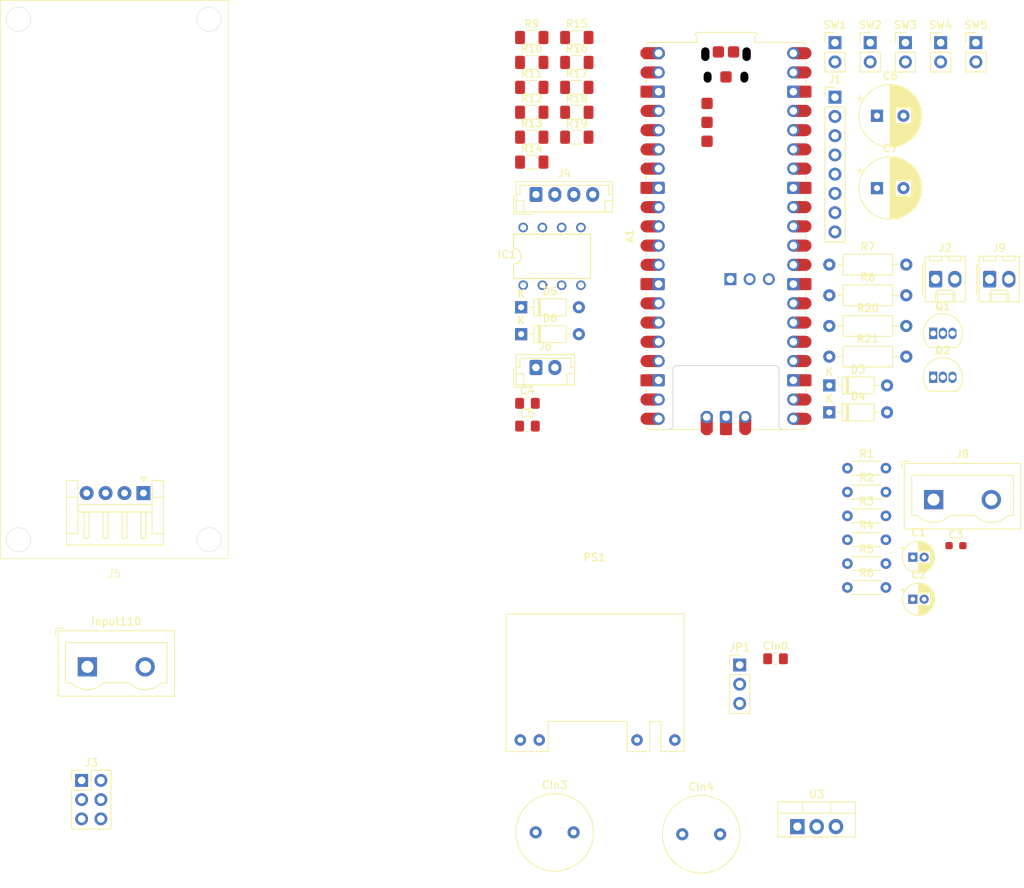
<source format=kicad_pcb>
(kicad_pcb (version 20221018) (generator pcbnew)
  (layers (0 "F.Cu" signal) (31 "B.Cu" signal) (34 "B.Paste" user) (35 "F.Paste" user) (36 "B.SilkS" user "B.Silkscreen") (37 "F.SilkS" user "F.Silkscreen") (38 "B.Mask" user) (39 "F.Mask" user) (44 "Edge.Cuts" user))
  (net 0 "")
  (net 1 "/Microcontrolador/TX_Pzem")
  (net 2 "/Microcontrolador/RX_Pzem")
  (net 3 "GND")
  (net 4 "/Microcontrolador/GFCI_TEST")
  (net 5 "/Microcontrolador/FALLA")
  (net 6 "DisplaySDA")
  (net 7 "DisplaySCL")
  (net 8 "SW1")
  (net 9 "SW2")
  (net 10 "SW3")
  (net 11 "SW4")
  (net 12 "SW5")
  (net 16 "Relay1_ctr")
  (net 17 "Relay2_ctr")
  (net 18 "/Microcontrolador/SPI0_RX")
  (net 19 "/Microcontrolador/SPI0_CSn")
  (net 20 "/Microcontrolador/SPI0_SCK")
  (net 21 "/Microcontrolador/SPI0_TX")
  (net 24 "Pilot_PWM")
  (net 26 "/Microcontrolador/NTC_Analog")
  (net 27 "Pilot_ADC")
  (net 32 "+5V")
  (net 36 "+12V")
  (net 37 "-12V")
  (net 38 "Pilot_OUT")
  (net 39 "Net-(C4-Pad1)")
  (net 40 "Net-(D5-K)")
  (net 41 "Net-(D4-K)")
  (net 42 "Net-(D3-K)")
  (net 43 "Net-(D3-A)")
  (net 44 "Net-(D4-A)")
  (net 45 "Net-(D5-A)")
  (net 46 "Net-(D6-A)")
  (net 47 "Net-(IC1-Pad2)")
  (net 48 "Net-(IC1-Pad3)")
  (net 49 "+3.3V")
  (net 50 "/Potencia2.0/In110v")
  (net 51 "/Potencia2.0/N")
  (net 52 "SDA")
  (net 53 "CLK")
  (net 54 "CS")
  (net 55 "DC")
  (net 56 "RST")
  (net 58 "Net-(D9-K)")
  (net 59 "Net-(J4-Pin_3)")
  (net 60 "/Sensores1/RX_Pzem")
  (net 61 "Net-(J5-Pin_3)")
  (net 63 "Net-(JP1-C)")
  (net 65 "Net-(Q1-B)")
  (net 66 "Net-(Q2-B)")
  (net 67 "Net-(U1-1IN-)")
  (net 68 "Net-(U1-1OUT)")
  (net 69 "/Sensores1/TX_Pzem")
  (footprint "Connector_Molex:Molex_KK-254_AE-6410-02A_1x02_P2.54mm_Vertical" (layer "F.Cu") (at 164.2915 66.42)
    (fp_text reference "J2" (at 1.27 -4.12) (layer "F.SilkS"))
    (fp_text value "Relay1")
    (pad "1" thru_hole roundrect (at 0 0) (size 1.74 2.19) (drill 1.19) (layers "*.Cu" "*.Mask") (roundrect_rratio 0.143678) (net 41 "Net-(D4-K)"))
    (pad "2" thru_hole oval (at 2.54 0) (size 1.74 2.19) (drill 1.19) (layers "*.Cu" "*.Mask") (net 44 "Net-(D4-A)"))
  )
  (footprint "Diode_THT:D_DO-35_SOD27_P7.62mm_Horizontal" (layer "F.Cu") (at 109.5815 70.13)
    (fp_text reference "D5" (at 3.81 -2.12) (layer "F.SilkS"))
    (fp_text value "1N4148")
    (fp_text user "K" (at 0 -1.8) (layer "F.SilkS"))
    (pad "1" thru_hole rect (at 0 0) (size 1.6 1.6) (drill 0.8) (layers "*.Cu" "*.Mask") (net 40 "Net-(D5-K)"))
    (pad "2" thru_hole oval (at 7.62 0) (size 1.6 1.6) (drill 0.8) (layers "*.Cu" "*.Mask") (net 45 "Net-(D5-A)"))
  )
  (footprint "Capacitor_SMD:C_0805_2012Metric_Pad1.18x1.45mm_HandSolder" (layer "F.Cu") (at 110.4115 82.81)
    (fp_text reference "C4" (at 0 -1.68) (layer "F.SilkS"))
    (fp_text value "0.1 uF")
    (pad "1" smd roundrect (at -1.0375 0) (size 1.175 1.45) (layers "F.Cu" "F.Paste" "F.Mask") (roundrect_rratio 0.212766) (net 39 "Net-(C4-Pad1)"))
    (pad "2" smd roundrect (at 1.0375 0) (size 1.175 1.45) (layers "F.Cu" "F.Paste" "F.Mask") (roundrect_rratio 0.212766) (net 40 "Net-(D5-K)"))
  )
  (footprint "Connector_Molex:Molex_KK-254_AE-6410-02A_1x02_P2.54mm_Vertical" (layer "F.Cu") (at 171.4215 66.42)
    (fp_text reference "J9" (at 1.27 -4.12) (layer "F.SilkS"))
    (fp_text value "Relay2")
    (pad "1" thru_hole roundrect (at 0 0) (size 1.74 2.19) (drill 1.19) (layers "*.Cu" "*.Mask") (roundrect_rratio 0.143678) (net 43 "Net-(D3-A)"))
    (pad "2" thru_hole oval (at 2.54 0) (size 1.74 2.19) (drill 1.19) (layers "*.Cu" "*.Mask") (net 42 "Net-(D3-K)"))
  )
  (footprint "Resistor_THT:R_Axial_DIN0204_L3.6mm_D1.6mm_P5.08mm_Horizontal" (layer "F.Cu") (at 152.6515 100.82)
    (fp_text reference "R4" (at 2.54 -1.92) (layer "F.SilkS"))
    (fp_text value "200k Tol1%")
    (pad "1" thru_hole circle (at 0 0) (size 1.4 1.4) (drill 0.7) (layers "*.Cu" "*.Mask") (net 38 "Pilot_OUT"))
    (pad "2" thru_hole oval (at 5.08 0) (size 1.4 1.4) (drill 0.7) (layers "*.Cu" "*.Mask") (net 27 "Pilot_ADC"))
  )
  (footprint "Resistor_THT:R_Axial_DIN0207_L6.3mm_D2.5mm_P10.16mm_Horizontal" (layer "F.Cu") (at 150.2615 72.6)
    (fp_text reference "R20" (at 5.08 -2.37) (layer "F.SilkS"))
    (fp_text value "47")
    (pad "1" thru_hole circle (at 0 0) (size 1.6 1.6) (drill 0.8) (layers "*.Cu" "*.Mask") (net 32 "+5V"))
    (pad "2" thru_hole oval (at 10.16 0) (size 1.6 1.6) (drill 0.8) (layers "*.Cu" "*.Mask") (net 41 "Net-(D4-K)"))
  )
  (footprint "Diode_THT:D_DO-35_SOD27_P7.62mm_Horizontal" (layer "F.Cu") (at 150.2615 80.45)
    (fp_text reference "D3" (at 3.81 -2.12) (layer "F.SilkS"))
    (fp_text value "1N4148")
    (fp_text user "K" (at 0 -1.8) (layer "F.SilkS"))
    (pad "1" thru_hole rect (at 0 0) (size 1.6 1.6) (drill 0.8) (layers "*.Cu" "*.Mask") (net 42 "Net-(D3-K)"))
    (pad "2" thru_hole oval (at 7.62 0) (size 1.6 1.6) (drill 0.8) (layers "*.Cu" "*.Mask") (net 43 "Net-(D3-A)"))
  )
  (footprint "Connector_PinHeader_2.54mm:PinHeader_1x02_P2.54mm_Vertical" (layer "F.Cu") (at 164.9615 35.2)
    (fp_text reference "SW4" (at 0 -2.33) (layer "F.SilkS"))
    (fp_text value "SW_Push")
    (pad "1" thru_hole rect (at 0 0) (size 1.7 1.7) (drill 1) (layers "*.Cu" "*.Mask") (net 49 "+3.3V"))
    (pad "2" thru_hole oval (at 0 2.54) (size 1.7 1.7) (drill 1) (layers "*.Cu" "*.Mask") (net 11 "SW4"))
  )
  (footprint "Resistor_SMD:R_1206_3216Metric_Pad1.30x1.75mm_HandSolder" (layer "F.Cu") (at 116.9315 47.68)
    (fp_text reference "R19" (at 0 -1.82) (layer "F.SilkS"))
    (fp_text value "10k")
    (pad "1" smd roundrect (at -1.55 0) (size 1.3 1.75) (layers "F.Cu" "F.Paste" "F.Mask") (roundrect_rratio 0.192308) (net 5 "/Microcontrolador/FALLA"))
    (pad "2" smd roundrect (at 1.55 0) (size 1.3 1.75) (layers "F.Cu" "F.Paste" "F.Mask") (roundrect_rratio 0.192308) (net 3 "GND"))
  )
  (footprint "Connector_JST:JST_EH_B4B-EH-A_1x04_P2.50mm_Vertical" (layer "F.Cu") (at 111.5315 55.24)
    (fp_text reference "J4" (at 3.75 -2.8) (layer "F.SilkS"))
    (fp_text value "GFCI")
    (pad "1" thru_hole roundrect (at 0 0) (size 1.7 1.95) (drill 0.95) (layers "*.Cu" "*.Mask") (roundrect_rratio 0.147059) (net 3 "GND"))
    (pad "2" thru_hole oval (at 2.5 0) (size 1.7 1.95) (drill 0.95) (layers "*.Cu" "*.Mask") (net 58 "Net-(D9-K)"))
    (pad "3" thru_hole oval (at 5 0) (size 1.7 1.95) (drill 0.95) (layers "*.Cu" "*.Mask") (net 59 "Net-(J4-Pin_3)"))
    (pad "4" thru_hole oval (at 7.5 0) (size 1.7 1.95) (drill 0.95) (layers "*.Cu" "*.Mask") (net 3 "GND"))
  )
  (footprint "Connector_PinHeader_2.54mm:PinHeader_2x03_P2.54mm_Vertical" (layer "F.Cu") (at 51.562 132.588)
    (fp_text reference "J3" (at 1.27 -2.33) (layer "F.SilkS"))
    (fp_text value "Conn_02x03_Counter_Clockwise")
    (pad "1" thru_hole rect (at 0 0) (size 1.7 1.7) (drill 1) (layers "*.Cu" "*.Mask") (net 3 "GND"))
    (pad "2" thru_hole oval (at 2.54 0) (size 1.7 1.7) (drill 1) (layers "*.Cu" "*.Mask") (net 18 "/Microcontrolador/SPI0_RX"))
    (pad "3" thru_hole oval (at 0 2.54) (size 1.7 1.7) (drill 1) (layers "*.Cu" "*.Mask") (net 19 "/Microcontrolador/SPI0_CSn"))
    (pad "4" thru_hole oval (at 2.54 2.54) (size 1.7 1.7) (drill 1) (layers "*.Cu" "*.Mask") (net 20 "/Microcontrolador/SPI0_SCK"))
    (pad "5" thru_hole oval (at 0 5.08) (size 1.7 1.7) (drill 1) (layers "*.Cu" "*.Mask") (net 21 "/Microcontrolador/SPI0_TX"))
    (pad "6" thru_hole oval (at 2.54 5.08) (size 1.7 1.7) (drill 1) (layers "*.Cu" "*.Mask"))
  )
  (footprint "PZEM:PZEM" (layer "F.Cu") (at 55.885 105.818)
    (fp_text reference "J5" (at 0 -0.5 unlocked) (layer "F.SilkS") (effects (font (thickness 0.1))))
    (fp_text value "PZEM 004T 100A")
    (fp_circle (center -12.65 -73.71) (end -11.05 -73.71) (stroke (width 0.05)) (fill none) (layer "Edge.Cuts"))
    (fp_circle (center -12.65 -4.99) (end -11.05 -4.99) (stroke (width 0.05)) (fill none) (layer "Edge.Cuts"))
    (fp_circle (center 12.5 -73.71) (end 14.1 -73.71) (stroke (width 0.05)) (fill none) (layer "Edge.Cuts"))
    (fp_circle (center 12.5 -4.99) (end 14.1 -4.99) (stroke (width 0.05)) (fill none) (layer "Edge.Cuts"))
    (pad "1" thru_hole rect (at 3.835 -11.16 180) (size 1.85 1.85) (drill 0.9) (layers "*.Cu" "*.Mask") (net 3 "GND"))
    (pad "2" thru_hole circle (at 1.335 -11.16 180) (size 1.85 1.85) (drill 0.9) (layers "*.Cu" "*.Mask") (net 60 "/Sensores1/RX_Pzem"))
    (pad "3" thru_hole circle (at -1.165 -11.16 180) (size 1.85 1.85) (drill 0.9) (layers "*.Cu" "*.Mask") (net 61 "Net-(J5-Pin_3)"))
    (pad "4" thru_hole circle (at -3.665 -11.16 180) (size 1.85 1.85) (drill 0.9) (layers "*.Cu" "*.Mask") (net 32 "+5V"))
  )
  (footprint "Capacitor_SMD:C_0805_2012Metric_Pad1.18x1.45mm_HandSolder" (layer "F.Cu") (at 110.4115 85.82)
    (fp_text reference "C5" (at 0 -1.68) (layer "F.SilkS"))
    (fp_text value "10uF")
    (pad "1" smd roundrect (at -1.0375 0) (size 1.175 1.45) (layers "F.Cu" "F.Paste" "F.Mask") (roundrect_rratio 0.212766) (net 40 "Net-(D5-K)"))
    (pad "2" smd roundrect (at 1.0375 0) (size 1.175 1.45) (layers "F.Cu" "F.Paste" "F.Mask") (roundrect_rratio 0.212766) (net 3 "GND"))
  )
  (footprint "Resistor_THT:R_Axial_DIN0204_L3.6mm_D1.6mm_P5.08mm_Horizontal" (layer "F.Cu") (at 152.6515 103.97)
    (fp_text reference "R5" (at 2.54 -1.92) (layer "F.SilkS"))
    (fp_text value "66.5k Tol1%")
    (pad "1" thru_hole circle (at 0 0) (size 1.4 1.4) (drill 0.7) (layers "*.Cu" "*.Mask") (net 27 "Pilot_ADC"))
    (pad "2" thru_hole oval (at 5.08 0) (size 1.4 1.4) (drill 0.7) (layers "*.Cu" "*.Mask") (net 3 "GND"))
  )
  (footprint "Capacitor_THT:CP_Radial_D8.0mm_P3.50mm" (layer "F.Cu") (at 156.556198 44.85)
    (fp_text reference "C6" (at 1.75 -5.25) (layer "F.SilkS"))
    (fp_text value "100uF")
    (pad "1" thru_hole rect (at 0 0) (size 1.6 1.6) (drill 0.8) (layers "*.Cu" "*.Mask") (net 41 "Net-(D4-K)"))
    (pad "2" thru_hole circle (at 3.5 0) (size 1.6 1.6) (drill 0.8) (layers "*.Cu" "*.Mask") (net 3 "GND"))
  )
  (footprint "Diode_THT:D_DO-35_SOD27_P7.62mm_Horizontal" (layer "F.Cu") (at 150.2615 84)
    (fp_text reference "D4" (at 3.81 -2.12) (layer "F.SilkS"))
    (fp_text value "1N4148")
    (fp_text user "K" (at 0 -1.8) (layer "F.SilkS"))
    (pad "1" thru_hole rect (at 0 0) (size 1.6 1.6) (drill 0.8) (layers "*.Cu" "*.Mask") (net 41 "Net-(D4-K)"))
    (pad "2" thru_hole oval (at 7.62 0) (size 1.6 1.6) (drill 0.8) (layers "*.Cu" "*.Mask") (net 44 "Net-(D4-A)"))
  )
  (footprint "Capacitor_SMD:C_0805_2012Metric_Pad1.18x1.45mm_HandSolder" (layer "F.Cu") (at 143.1615 116.53)
    (fp_text reference "CIn0" (at 0 -1.68) (layer "F.SilkS"))
    (fp_text value "22uF")
    (pad "1" smd roundrect (at -1.0375 0) (size 1.175 1.45) (layers "F.Cu" "F.Paste" "F.Mask") (roundrect_rratio 0.212766) (net 36 "+12V"))
    (pad "2" smd roundrect (at 1.0375 0) (size 1.175 1.45) (layers "F.Cu" "F.Paste" "F.Mask") (roundrect_rratio 0.212766) (net 3 "GND"))
  )
  (footprint "Capacitor_THT:CP_Radial_D4.0mm_P1.50mm" (layer "F.Cu") (at 161.286301 103.12)
    (fp_text reference "C1" (at 0.75 -3.25) (layer "F.SilkS"))
    (fp_text value "0.1uF 25V")
    (pad "1" thru_hole rect (at 0 0) (size 1.2 1.2) (drill 0.6) (layers "*.Cu" "*.Mask") (net 36 "+12V"))
    (pad "2" thru_hole circle (at 1.5 0) (size 1.2 1.2) (drill 0.6) (layers "*.Cu" "*.Mask") (net 3 "GND"))
  )
  (footprint "ModulePico:Raspberry_Pi_Pico_SMT_THT" (layer "F.Cu") (at 127.7315 36.59)
    (fp_text reference "A1" (at -3.81 24.13 -90) (layer "F.SilkS"))
    (fp_text value "RaspberryPi-Pico")
    (fp_line (start 1.89 49.13) (end 1.89 41.73) (stroke (width 0.1)) (layer "Edge.Cuts"))
    (fp_line (start 2.39 41.23) (end 15.39 41.23) (stroke (width 0.1)) (layer "Edge.Cuts"))
    (fp_line (start 15.89 41.73) (end 15.89 49.13) (stroke (width 0.1)) (layer "Edge.Cuts"))
    (fp_arc (start 1.89 41.73) (mid 2.036447 41.376447) (end 2.39 41.23) (stroke (width 0.1)) (layer "Edge.Cuts"))
    (fp_arc (start 1.89 49.13) (mid 1.743553 49.483553) (end 1.39 49.63) (stroke (width 0.1)) (layer "Edge.Cuts"))
    (fp_arc (start 15.39 41.23) (mid 15.743553 41.376447) (end 15.89 41.73) (stroke (width 0.1)) (layer "Edge.Cuts"))
    (fp_arc (start 16.39 49.63) (mid 16.036447 49.483553) (end 15.89 49.13) (stroke (width 0.1)) (layer "Edge.Cuts"))
    (pad "" np_thru_hole circle (at 3.19 0.63) (size 2.1 2.1) (drill 2.1) (layers "F&B.Cu" "*.Mask") (clearance 1.05))
    (pad "" np_thru_hole circle (at 3.19 47.63) (size 2.1 2.1) (drill 2.1) (layers "F&B.Cu" "*.Mask") (clearance 1.05))
    (pad "" np_thru_hole oval (at 6.165 0.13) (size 1.1 1.8) (drill oval 1.1 1.8) (layers "*.Mask"))
    (pad "" np_thru_hole oval (at 6.465 3.16) (size 1.05 1.45) (drill oval 1.05 1.45) (layers "*.Mask"))
    (pad "" np_thru_hole oval (at 11.315 3.16) (size 1.05 1.45) (drill oval 1.05 1.45) (layers "*.Mask"))
    (pad "" np_thru_hole oval (at 11.615 0.13) (size 1.1 1.8) (drill oval 1.1 1.8) (layers "*.Mask"))
    (pad "" np_thru_hole circle (at 14.59 0.63) (size 2.1 2.1) (drill 2.1) (layers "F&B.Cu" "*.Mask") (clearance 1.05))
    (pad "" np_thru_hole circle (at 14.59 47.63) (size 2.1 2.1) (drill 2.1) (layers "F&B.Cu" "*.Mask") (clearance 1.05))
    (pad "1" smd custom (at -1.6 0) (size 1.6 1.6) (layers "F.Cu" "F.Mask") (net 1 "/Microcontrolador/TX_Pzem") (options (clearance convexhull) (anchor circle)) (primitives (gr_poly (pts (xy 2.2 0.248529) (xy 1.848529 0.6) (xy -0.248529 0.6) (xy -0.6 0.248529) (xy -0.6 -0.248529) (xy -0.248529 -0.6) (xy 1.848529 -0.6) (xy 2.2 -0.248529)) (width 0.4) (fill yes))))
    (pad "1" thru_hole custom (at 0 0) (size 1.6 1.6) (drill 1) (layers "*.Cu" "*.Mask") (net 1 "/Microcontrolador/TX_Pzem") (options (clearance convexhull) (anchor circle)) (primitives (gr_poly (pts (xy 0.6 0.248529) (xy 0.248529 0.6) (xy -0.248529 0.6) (xy -0.6 0.248529) (xy -0.6 -0.248529) (xy -0.248529 -0.6) (xy 0.248529 -0.6) (xy 0.6 -0.248529)) (width 0.4) (fill yes))))
    (pad "2" smd oval (at -1.6 2.54) (size 3.2 1.6) (drill (offset 0.8 0)) (layers "F.Cu" "F.Mask") (net 2 "/Microcontrolador/RX_Pzem"))
    (pad "2" thru_hole circle (at 0 2.54) (size 1.6 1.6) (drill 1) (layers "*.Cu" "*.Mask") (net 2 "/Microcontrolador/RX_Pzem"))
    (pad "3" smd roundrect (at -1.6 5.08) (size 3.2 1.6) (drill (offset 0.8 0)) (layers "F.Cu" "F.Mask") (roundrect_rratio 0.125) (net 3 "GND"))
    (pad "3" thru_hole roundrect (at 0 5.08) (size 1.6 1.6) (drill 1) (layers "*.Cu" "*.Mask") (roundrect_rratio 0.125) (net 3 "GND"))
    (pad "4" smd oval (at -1.6 7.62) (size 3.2 1.6) (drill (offset 0.8 0)) (layers "F.Cu" "F.Mask") (net 4 "/Microcontrolador/GFCI_TEST"))
    (pad "4" thru_hole circle (at 0 7.62) (size 1.6 1.6) (drill 1) (layers "*.Cu" "*.Mask") (net 4 "/Microcontrolador/GFCI_TEST"))
    (pad "5" smd oval (at -1.6 10.16) (size 3.2 1.6) (drill (offset 0.8 0)) (layers "F.Cu" "F.Mask") (net 5 "/Microcontrolador/FALLA"))
    (pad "5" thru_hole circle (at 0 10.16) (size 1.6 1.6) (drill 1) (layers "*.Cu" "*.Mask") (net 5 "/Microcontrolador/FALLA"))
    (pad "6" smd oval (at -1.6 12.7) (size 3.2 1.6) (drill (offset 0.8 0)) (layers "F.Cu" "F.Mask") (net 6 "DisplaySDA"))
    (pad "6" thru_hole circle (at 0 12.7) (size 1.6 1.6) (drill 1) (layers "*.Cu" "*.Mask") (net 6 "DisplaySDA"))
    (pad "7" smd oval (at -1.6 15.24) (size 3.2 1.6) (drill (offset 0.8 0)) (layers "F.Cu" "F.Mask") (net 7 "DisplaySCL"))
    (pad "7" thru_hole circle (at 0 15.24) (size 1.6 1.6) (drill 1) (layers "*.Cu" "*.Mask") (net 7 "DisplaySCL"))
    (pad "8" smd roundrect (at -1.6 17.78) (size 3.2 1.6) (drill (offset 0.8 0)) (layers "F.Cu" "F.Mask") (roundrect_rratio 0.125) (net 3 "GND"))
    (pad "8" thru_hole roundrect (at 0 17.78) (size 1.6 1.6) (drill 1) (layers "*.Cu" "*.Mask") (roundrect_rratio 0.125) (net 3 "GND"))
    (pad "9" smd oval (at -1.6 20.32) (size 3.2 1.6) (drill (offset 0.8 0)) (layers "F.Cu" "F.Mask") (net 8 "SW1"))
    (pad "9" thru_hole circle (at 0 20.32) (size 1.6 1.6) (drill 1) (layers "*.Cu" "*.Mask") (net 8 "SW1"))
    (pad "10" smd oval (at -1.6 22.86) (size 3.2 1.6) (drill (offset 0.8 0)) (layers "F.Cu" "F.Mask") (net 9 "SW2"))
    (pad "10" thru_hole circle (at 0 22.86) (size 1.6 1.6) (drill 1) (layers "*.Cu" "*.Mask") (net 9 "SW2"))
    (pad "11" smd oval (at -1.6 25.4) (size 3.2 1.6) (drill (offset 0.8 0)) (layers "F.Cu" "F.Mask") (net 10 "SW3"))
    (pad "11" thru_hole circle (at 0 25.4) (size 1.6 1.6) (drill 1) (layers "*.Cu" "*.Mask") (net 10 "SW3"))
    (pad "12" smd oval (at -1.6 27.94) (size 3.2 1.6) (drill (offset 0.8 0)) (layers "F.Cu" "F.Mask") (net 11 "SW4"))
    (pad "12" thru_hole circle (at 0 27.94) (size 1.6 1.6) (drill 1) (layers "*.Cu" "*.Mask") (net 11 "SW4"))
    (pad "13" smd roundrect (at -1.6 30.48) (size 3.2 1.6) (drill (offset 0.8 0)) (layers "F.Cu" "F.Mask") (roundrect_rratio 0.125) (net 3 "GND"))
    (pad "13" thru_hole roundrect (at 0 30.48) (size 1.6 1.6) (drill 1) (layers "*.Cu" "*.Mask") (roundrect_rratio 0.125) (net 3 "GND"))
    (pad "14" smd oval (at -1.6 33.02) (size 3.2 1.6) (drill (offset 0.8 0)) (layers "F.Cu" "F.Mask") (net 12 "SW5"))
    (pad "14" thru_hole circle (at 0 33.02) (size 1.6 1.6) (drill 1) (layers "*.Cu" "*.Mask") (net 12 "SW5"))
    (pad "15" smd oval (at -1.6 35.56) (size 3.2 1.6) (drill (offset 0.8 0)) (layers "F.Cu" "F.Mask"))
    (pad "15" thru_hole circle (at 0 35.56) (size 1.6 1.6) (drill 1) (layers "*.Cu" "*.Mask"))
    (pad "16" smd oval (at -1.6 38.1) (size 3.2 1.6) (drill (offset 0.8 0)) (layers "F.Cu" "F.Mask"))
    (pad "16" thru_hole circle (at 0 38.1) (size 1.6 1.6) (drill 1) (layers "*.Cu" "*.Mask"))
    (pad "17" smd oval (at -1.6 40.64) (size 3.2 1.6) (drill (offset 0.8 0)) (layers "F.Cu" "F.Mask"))
    (pad "17" thru_hole circle (at 0 40.64) (size 1.6 1.6) (drill 1) (layers "*.Cu" "*.Mask"))
    (pad "18" smd roundrect (at -1.6 43.18) (size 3.2 1.6) (drill (offset 0.8 0)) (layers "F.Cu" "F.Mask") (roundrect_rratio 0.125) (net 3 "GND"))
    (pad "18" thru_hole roundrect (at 0 43.18) (size 1.6 1.6) (drill 1) (layers "*.Cu" "*.Mask") (roundrect_rratio 0.125) (net 3 "GND"))
    (pad "19" smd oval (at -1.6 45.72) (size 3.2 1.6) (drill (offset 0.8 0)) (layers "F.Cu" "F.Mask") (net 16 "Relay1_ctr"))
    (pad "19" thru_hole circle (at 0 45.72) (size 1.6 1.6) (drill 1) (layers "*.Cu" "*.Mask") (net 16 "Relay1_ctr"))
    (pad "20" smd oval (at -1.6 48.26) (size 3.2 1.6) (drill (offset 0.8 0)) (layers "F.Cu" "F.Mask") (net 17 "Relay2_ctr"))
    (pad "20" thru_hole circle (at 0 48.26) (size 1.6 1.6) (drill 1) (layers "*.Cu" "*.Mask") (net 17 "Relay2_ctr"))
    (pad "21" thru_hole circle (at 17.78 48.26) (size 1.6 1.6) (drill 1) (layers "*.Cu" "*.Mask") (net 18 "/Microcontrolador/SPI0_RX"))
    (pad "21" smd oval (at 19.38 48.26) (size 3.2 1.6) (drill (offset -0.8 0)) (layers "F.Cu" "F.Mask") (net 18 "/Microcontrolador/SPI0_RX"))
    (pad "22" thru_hole circle (at 17.78 45.72) (size 1.6 1.6) (drill 1) (layers "*.Cu" "*.Mask") (net 19 "/Microcontrolador/SPI0_CSn"))
    (pad "22" smd oval (at 19.38 45.72) (size 3.2 1.6) (drill (offset -0.8 0)) (layers "F.Cu" "F.Mask") (net 19 "/Microcontrolador/SPI0_CSn"))
    (pad "23" thru_hole roundrect (at 17.78 43.18) (size 1.6 1.6) (drill 1) (layers "*.Cu" "*.Mask") (roundrect_rratio 0.125) (net 3 "GND"))
    (pad "23" smd roundrect (at 19.38 43.18) (size 3.2 1.6) (drill (offset -0.8 0)) (layers "F.Cu" "F.Mask") (roundrect_rratio 0.125) (net 3 "GND"))
    (pad "24" thru_hole circle (at 17.78 40.64) (size 1.6 1.6) (drill 1) (layers "*.Cu" "*.Mask") (net 20 "/Microcontrolador/SPI0_SCK"))
    (pad "24" smd oval (at 19.38 40.64) (size 3.2 1.6) (drill (offset -0.8 0)) (layers "F.Cu" "F.Mask") (net 20 "/Microcontrolador/SPI0_SCK"))
    (pad "25" thru_hole circle (at 17.78 38.1) (size 1.6 1.6) (drill 1) (layers "*.Cu" "*.Mask") (net 21 "/Microcontrolador/SPI0_TX"))
    (pad "25" smd oval (at 19.38 38.1) (size 3.2 1.6) (drill (offset -0.8 0)) (layers "F.Cu" "F.Mask") (net 21 "/Microcontrolador/SPI0_TX"))
    (pad "26" thru_hole circle (at 17.78 35.56) (size 1.6 1.6) (drill 1) (layers "*.Cu" "*.Mask"))
    (pad "26" smd oval (at 19.38 35.56) (size 3.2 1.6) (drill (offset -0.8 0)) (layers "F.Cu" "F.Mask"))
    (pad "27" thru_hole circle (at 17.78 33.02) (size 1.6 1.6) (drill 1) (layers "*.Cu" "*.Mask"))
    (pad "27" smd oval (at 19.38 33.02) (size 3.2 1.6) (drill (offset -0.8 0)) (layers "F.Cu" "F.Mask"))
    (pad "28" thru_hole roundrect (at 17.78 30.48) (size 1.6 1.6) (drill 1) (layers "*.Cu" "*.Mask") (roundrect_rratio 0.125) (net 3 "GND"))
    (pad "28" smd roundrect (at 19.38 30.48) (size 3.2 1.6) (drill (offset -0.8 0)) (layers "F.Cu" "F.Mask") (roundrect_rratio 0.125) (net 3 "GND"))
    (pad "29" thru_hole circle (at 17.78 27.94) (size 1.6 1.6) (drill 1) (layers "*.Cu" "*.Mask") (net 24 "Pilot_PWM"))
    (pad "29" smd oval (at 19.38 27.94) (size 3.2 1.6) (drill (offset -0.8 0)) (layers "F.Cu" "F.Mask") (net 24 "Pilot_PWM"))
    (pad "30" thru_hole circle (at 17.78 25.4) (size 1.6 1.6) (drill 1) (layers "*.Cu" "*.Mask"))
    (pad "30" smd oval (at 19.38 25.4) (size 3.2 1.6) (drill (offset -0.8 0)) (layers "F.Cu" "F.Mask"))
    (pad "31" thru_hole circle (at 17.78 22.86) (size 1.6 1.6) (drill 1) (layers "*.Cu" "*.Mask") (net 26 "/Microcontrolador/NTC_Analog"))
    (pad "31" smd oval (at 19.38 22.86) (size 3.2 1.6) (drill (offset -0.8 0)) (layers "F.Cu" "F.Mask") (net 26 "/Microcontrolador/NTC_Analog"))
    (pad "32" thru_hole circle (at 17.78 20.32) (size 1.6 1.6) (drill 1) (layers "*.Cu" "*.Mask") (net 27 "Pilot_ADC"))
    (pad "32" smd oval (at 19.38 20.32) (size 3.2 1.6) (drill (offset -0.8 0)) (layers "F.Cu" "F.Mask") (net 27 "Pilot_ADC"))
    (pad "33" thru_hole roundrect (at 17.78 17.78) (size 1.6 1.6) (drill 1) (layers "*.Cu" "*.Mask") (roundrect_rratio 0.125) (net 3 "GND"))
    (pad "33" smd roundrect (at 19.38 17.78) (size 3.2 1.6) (drill (offset -0.8 0)) (layers "F.Cu" "F.Mask") (roundrect_rratio 0.125) (net 3 "GND"))
    (pad "34" thru_hole circle (at 17.78 15.24) (size 1.6 1.6) (drill 1) (layers "*.Cu" "*.Mask"))
    (pad "34" smd oval (at 19.38 15.24) (size 3.2 1.6) (drill (offset -0.8 0)) (layers "F.Cu" "F.Mask"))
    (pad "35" thru_hole circle (at 17.78 12.7) (size 1.6 1.6) (drill 1) (layers "*.Cu" "*.Mask"))
    (pad "35" smd oval (at 19.38 12.7) (size 3.2 1.6) (drill (offset -0.8 0)) (layers "F.Cu" "F.Mask"))
    (pad "36" thru_hole circle (at 17.78 10.16) (size 1.6 1.6) (drill 1) (layers "*.Cu" "*.Mask"))
    (pad "36" smd oval (at 19.38 10.16) (size 3.2 1.6) (drill (offset -0.8 0)) (layers "F.Cu" "F.Mask"))
    (pad "37" thru_hole circle (at 17.78 7.62) (size 1.6 1.6) (drill 1) (layers "*.Cu" "*.Mask"))
    (pad "37" smd oval (at 19.38 7.62) (size 3.2 1.6) (drill (offset -0.8 0)) (layers "F.Cu" "F.Mask"))
    (pad "38" thru_hole roundrect (at 17.78 5.08) (size 1.6 1.6) (drill 1) (layers "*.Cu" "*.Mask") (roundrect_rratio 0.125) (net 3 "GND"))
    (pad "38" smd roundrect (at 19.38 5.08) (size 3.2 1.6) (drill (offset -0.8 0)) (layers "F.Cu" "F.Mask") (roundrect_rratio 0.125) (net 3 "GND"))
    (pad "39" thru_hole circle (at 17.78 2.54) (size 1.6 1.6) (drill 1) (layers "*.Cu" "*.Mask") (net 32 "+5V"))
    (pad "39" smd oval (at 19.38 2.54) (size 3.2 1.6) (drill (offset -0.8 0)) (layers "F.Cu" "F.Mask") (net 32 "+5V"))
    (pad "40" thru_hole circle (at 17.78 0) (size 1.6 1.6) (drill 1) (layers "*.Cu" "*.Mask"))
    (pad "40" smd oval (at 19.38 0) (size 3.2 1.6) (drill (offset -0.8 0)) (layers "F.Cu" "F.Mask"))
    (pad "41" thru_hole custom (at 6.35 48.03) (size 1.6 1.6) (drill 1) (layers "*.Cu" "*.Mask") (options (clearance convexhull) (anchor circle)) (primitives (gr_poly (pts (xy 0.6 0.248529) (xy 0.248529 0.6) (xy -0.248529 0.6) (xy -0.6 0.248529) (xy -0.6 -0.248529) (xy -0.248529 -0.6) (xy 0.248529 -0.6) (xy 0.6 -0.248529)) (width 0.4) (fill yes))))
    (pad "41" smd custom (at 6.35 49.63) (size 1.6 1.6) (layers "F.Cu" "F.Mask") (options (clearance convexhull) (anchor circle)) (primitives (gr_poly (pts (xy 0.6 0.248529) (xy 0.248529 0.6) (xy -0.248529 0.6) (xy -0.6 0.248529) (xy -0.6 -1.848529) (xy -0.248529 -2.2) (xy 0.248529 -2.2) (xy 0.6 -1.848529)) (width 0.4) (fill yes))))
    (pad "41" thru_hole rect (at 9.4742 29.83) (size 1.5748 1.5748) (drill 1) (layers "*.Cu" "*.Mask"))
    (pad "42" thru_hole roundrect (at 8.89 48.03) (size 1.6 1.6) (drill 1) (layers "*.Cu" "*.Mask") (roundrect_rratio 0.125) (net 3 "GND"))
    (pad "42" smd roundrect (at 8.89 49.63) (size 1.6 3.2) (drill (offset 0 -0.8)) (layers "F.Cu" "F.Mask") (roundrect_rratio 0.125) (net 3 "GND"))
    (pad "42" thru_hole circle (at 12.0142 29.83) (size 1.5748 1.5748) (drill 1) (layers "*.Cu" "*.Mask") (net 3 "GND"))
    (pad "43" thru_hole circle (at 11.43 48.03) (size 1.6 1.6) (drill 1) (layers "*.Cu" "*.Mask"))
    (pad "43" smd oval (at 11.43 49.63) (size 1.6 3.2) (drill (offset 0 -0.8)) (layers "F.Cu" "F.Mask"))
    (pad "43" thru_hole circle (at 14.5542 29.83) (size 1.5748 1.5748) (drill 1) (layers "*.Cu" "*.Mask"))
    (pad "51" smd roundrect (at 8.89 3.13) (size 1.5 1.5) (property pad_prop_testpoint) (layers "F.Cu" "F.Mask") (roundrect_rratio 0.2))
    (pad "52" smd roundrect (at 9.89 -0.17) (size 1.5 1.5) (property pad_prop_testpoint) (layers "F.Cu" "F.Mask") (roundrect_rratio 0.2))
    (pad "53" smd roundrect (at 7.89 -0.17) (size 1.5 1.5) (property pad_prop_testpoint) (layers "F.Cu" "F.Mask") (roundrect_rratio 0.2))
    (pad "54" smd roundrect (at 6.39 6.63) (size 1.5 1.5) (property pad_prop_testpoint) (layers "F.Cu" "F.Mask") (roundrect_rratio 0.2))
    (pad "55" smd roundrect (at 6.39 9.13) (size 1.5 1.5) (property pad_prop_testpoint) (layers "F.Cu" "F.Mask") (roundrect_rratio 0.2))
    (pad "56" smd roundrect (at 6.39 11.63) (size 1.5 1.5) (property pad_prop_testpoint) (layers "F.Cu" "F.Mask") (roundrect_rratio 0.2))
  )
  (footprint "Diode_THT:D_DO-35_SOD27_P7.62mm_Horizontal" (layer "F.Cu") (at 109.5815 73.68)
    (fp_text reference "D6" (at 3.81 -2.12) (layer "F.SilkS"))
    (fp_text value "1N4148")
    (fp_text user "K" (at 0 -1.8) (layer "F.SilkS"))
    (pad "1" thru_hole rect (at 0 0) (size 1.6 1.6) (drill 0.8) (layers "*.Cu" "*.Mask") (net 5 "/Microcontrolador/FALLA"))
    (pad "2" thru_hole oval (at 7.62 0) (size 1.6 1.6) (drill 0.8) (layers "*.Cu" "*.Mask") (net 46 "Net-(D6-A)"))
  )
  (footprint "Resistor_SMD:R_1206_3216Metric_Pad1.30x1.75mm_HandSolder" (layer "F.Cu") (at 110.9815 34.52)
    (fp_text reference "R9" (at 0 -1.82) (layer "F.SilkS"))
    (fp_text value "412")
    (pad "1" smd roundrect (at -1.55 0) (size 1.3 1.75) (layers "F.Cu" "F.Paste" "F.Mask") (roundrect_rratio 0.192308) (net 58 "Net-(D9-K)"))
    (pad "2" smd roundrect (at 1.55 0) (size 1.3 1.75) (layers "F.Cu" "F.Paste" "F.Mask") (roundrect_rratio 0.192308) (net 3 "GND"))
  )
  (footprint "Resistor_SMD:R_1206_3216Metric_Pad1.30x1.75mm_HandSolder" (layer "F.Cu") (at 110.9815 44.39)
    (fp_text reference "R12" (at 0 -1.82) (layer "F.SilkS"))
    (fp_text value "100")
    (pad "1" smd roundrect (at -1.55 0) (size 1.3 1.75) (layers "F.Cu" "F.Paste" "F.Mask") (roundrect_rratio 0.192308) (net 69 "/Sensores1/TX_Pzem"))
    (pad "2" smd roundrect (at 1.55 0) (size 1.3 1.75) (layers "F.Cu" "F.Paste" "F.Mask") (roundrect_rratio 0.192308) (net 61 "Net-(J5-Pin_3)"))
  )
  (footprint "Resistor_SMD:R_0603_1608Metric_Pad0.98x0.95mm_HandSolder" (layer "F.Cu") (at 166.9815 101.6)
    (fp_text reference "C3" (at 0 -1.43) (layer "F.SilkS"))
    (fp_text value "PGB1010603")
    (pad "1" smd roundrect (at -0.9125 0) (size 0.975 0.95) (layers "F.Cu" "F.Paste" "F.Mask") (net 3 "GND"))
    (pad "2" smd roundrect (at 0.9125 0) (size 0.975 0.95) (layers "F.Cu" "F.Paste" "F.Mask") (net 38 "Pilot_OUT"))
  )
  (footprint "Capacitor_THT:CP_Radial_D8.0mm_P3.50mm" (layer "F.Cu") (at 156.556198 54.4)
    (fp_text reference "C7" (at 1.75 -5.25) (layer "F.SilkS"))
    (fp_text value "100uF")
    (pad "1" thru_hole rect (at 0 0) (size 1.6 1.6) (drill 0.8) (layers "*.Cu" "*.Mask") (net 42 "Net-(D3-K)"))
    (pad "2" thru_hole circle (at 3.5 0) (size 1.6 1.6) (drill 0.8) (layers "*.Cu" "*.Mask") (net 3 "GND"))
  )
  (footprint "Connector_PinHeader_2.54mm:PinHeader_1x02_P2.54mm_Vertical" (layer "F.Cu") (at 169.6115 35.2)
    (fp_text reference "SW5" (at 0 -2.33) (layer "F.SilkS"))
    (fp_text value "SW_Push")
    (pad "1" thru_hole rect (at 0 0) (size 1.7 1.7) (drill 1) (layers "*.Cu" "*.Mask") (net 49 "+3.3V"))
    (pad "2" thru_hole oval (at 0 2.54) (size 1.7 1.7) (drill 1) (layers "*.Cu" "*.Mask") (net 12 "SW5"))
  )
  (footprint "Connector_PinHeader_2.54mm:PinHeader_1x03_P2.54mm_Vertical" (layer "F.Cu") (at 138.4315 117.35)
    (fp_text reference "JP1" (at 0 -2.33) (layer "F.SilkS"))
    (fp_text value "Jumper")
    (pad "1" thru_hole rect (at 0 0) (size 1.7 1.7) (drill 1) (layers "*.Cu" "*.Mask"))
    (pad "2" thru_hole oval (at 0 2.54) (size 1.7 1.7) (drill 1) (layers "*.Cu" "*.Mask") (net 63 "Net-(JP1-C)"))
    (pad "3" thru_hole oval (at 0 5.08) (size 1.7 1.7) (drill 1) (layers "*.Cu" "*.Mask") (net 36 "+12V"))
  )
  (footprint "Resistor_SMD:R_1206_3216Metric_Pad1.30x1.75mm_HandSolder" (layer "F.Cu") (at 116.9315 34.52)
    (fp_text reference "R15" (at 0 -1.82) (layer "F.SilkS"))
    (fp_text value "20k")
    (pad "1" smd roundrect (at -1.55 0) (size 1.3 1.75) (layers "F.Cu" "F.Paste" "F.Mask") (roundrect_rratio 0.192308) (net 3 "GND"))
    (pad "2" smd roundrect (at 1.55 0) (size 1.3 1.75) (layers "F.Cu" "F.Paste" "F.Mask") (roundrect_rratio 0.192308) (net 47 "Net-(IC1-Pad2)"))
  )
  (footprint "Connector_PinHeader_2.54mm:PinHeader_1x08_P2.54mm_Vertical" (layer "F.Cu") (at 151.0115 42.4)
    (fp_text reference "J1" (at 0 -2.33) (layer "F.SilkS"))
    (fp_text value "Conn_01x08_Pin")
    (pad "1" thru_hole rect (at 0 0) (size 1.7 1.7) (drill 1) (layers "*.Cu" "*.Mask") (net 49 "+3.3V"))
    (pad "2" thru_hole oval (at 0 2.54) (size 1.7 1.7) (drill 1) (layers "*.Cu" "*.Mask") (net 3 "GND"))
    (pad "3" thru_hole oval (at 0 5.08) (size 1.7 1.7) (drill 1) (layers "*.Cu" "*.Mask") (net 52 "SDA"))
    (pad "4" thru_hole oval (at 0 7.62) (size 1.7 1.7) (drill 1) (layers "*.Cu" "*.Mask") (net 53 "CLK"))
    (pad "5" thru_hole oval (at 0 10.16) (size 1.7 1.7) (drill 1) (layers "*.Cu" "*.Mask") (net 54 "CS"))
    (pad "6" thru_hole oval (at 0 12.7) (size 1.7 1.7) (drill 1) (layers "*.Cu" "*.Mask") (net 55 "DC"))
    (pad "7" thru_hole oval (at 0 15.24) (size 1.7 1.7) (drill 1) (layers "*.Cu" "*.Mask") (net 56 "RST"))
    (pad "8" thru_hole oval (at 0 17.78) (size 1.7 1.7) (drill 1) (layers "*.Cu" "*.Mask") (net 49 "+3.3V"))
  )
  (footprint "TerminalBlock:TerminalBlock_Wuerth_691311400102_P7.62mm" (layer "F.Cu") (at 164.0315 95.52)
    (fp_text reference "J8" (at 3.81 -6) (layer "F.SilkS"))
    (fp_text value "Conn_01x02_Pin")
    (pad "1" thru_hole rect (at 0 0) (size 2.54 2.54) (drill 1.6) (layers "*.Cu" "*.Mask") (net 3 "GND"))
    (pad "2" thru_hole circle (at 7.62 0) (size 2.54 2.54) (drill 1.6) (layers "*.Cu" "*.Mask") (net 38 "Pilot_OUT"))
  )
  (footprint "Resistor_THT:R_Axial_DIN0204_L3.6mm_D1.6mm_P5.08mm_Horizontal" (layer "F.Cu") (at 152.6515 91.37)
    (fp_text reference "R1" (at 2.54 -1.92) (layer "F.SilkS"))
    (fp_text value "200k Tol1%")
    (pad "1" thru_hole circle (at 0 0) (size 1.4 1.4) (drill 0.7) (layers "*.Cu" "*.Mask") (net 49 "+3.3V"))
    (pad "2" thru_hole oval (at 5.08 0) (size 1.4 1.4) (drill 0.7) (layers "*.Cu" "*.Mask") (net 67 "Net-(U1-1IN-)"))
  )
  (footprint "Resistor_SMD:R_1206_3216Metric_Pad1.30x1.75mm_HandSolder" (layer "F.Cu") (at 116.9315 41.1)
    (fp_text reference "R17" (at 0 -1.82) (layer "F.SilkS"))
    (fp_text value "10k")
    (pad "1" smd roundrect (at -1.55 0) (size 1.3 1.75) (layers "F.Cu" "F.Paste" "F.Mask") (roundrect_rratio 0.192308) (net 3 "GND"))
    (pad "2" smd roundrect (at 1.55 0) (size 1.3 1.75) (layers "F.Cu" "F.Paste" "F.Mask") (roundrect_rratio 0.192308) (net 26 "/Microcontrolador/NTC_Analog"))
  )
  (footprint "TerminalBlock:TerminalBlock_Wuerth_691311400102_P7.62mm" (layer "F.Cu") (at 52.324 117.602)
    (fp_text reference "Input110" (at 3.81 -6) (layer "F.SilkS"))
    (fp_text value "Neutro")
    (pad "1" thru_hole rect (at 0 0) (size 2.54 2.54) (drill 1.6) (layers "*.Cu" "*.Mask") (net 50 "/Potencia2.0/In110v"))
    (pad "2" thru_hole circle (at 7.62 0) (size 2.54 2.54) (drill 1.6) (layers "*.Cu" "*.Mask") (net 51 "/Potencia2.0/N"))
  )
  (footprint "Package_TO_SOT_THT:TO-220-3_Vertical" (layer "F.Cu") (at 146.05 138.684)
    (fp_text reference "U3" (at 2.54 -4.27) (layer "F.SilkS"))
    (fp_text value "LM7912(Inversor)")
    (pad "1" thru_hole rect (at 0 0) (size 1.905 2) (drill 1.1) (layers "*.Cu" "*.Mask") (net 3 "GND"))
    (pad "2" thru_hole oval (at 2.54 0) (size 1.905 2) (drill 1.1) (layers "*.Cu" "*.Mask") (net 36 "+12V"))
    (pad "3" thru_hole oval (at 5.08 0) (size 1.905 2) (drill 1.1) (layers "*.Cu" "*.Mask") (net 37 "-12V"))
  )
  (footprint "Resistor_SMD:R_1206_3216Metric_Pad1.30x1.75mm_HandSolder" (layer "F.Cu") (at 110.9815 41.1)
    (fp_text reference "R11" (at 0 -1.82) (layer "F.SilkS"))
    (fp_text value "1k")
    (pad "1" smd roundrect (at -1.55 0) (size 1.3 1.75) (layers "F.Cu" "F.Paste" "F.Mask") (roundrect_rratio 0.192308) (net 39 "Net-(C4-Pad1)"))
    (pad "2" smd roundrect (at 1.55 0) (size 1.3 1.75) (layers "F.Cu" "F.Paste" "F.Mask") (roundrect_rratio 0.192308) (net 58 "Net-(D9-K)"))
  )
  (footprint "Connector_PinHeader_2.54mm:PinHeader_1x02_P2.54mm_Vertical" (layer "F.Cu") (at 160.3115 35.2)
    (fp_text reference "SW3" (at 0 -2.33) (layer "F.SilkS"))
    (fp_text value "SW_Push")
    (pad "1" thru_hole rect (at 0 0) (size 1.7 1.7) (drill 1) (layers "*.Cu" "*.Mask") (net 49 "+3.3V"))
    (pad "2" thru_hole oval (at 0 2.54) (size 1.7 1.7) (drill 1) (layers "*.Cu" "*.Mask") (net 10 "SW3"))
  )
  (footprint "Package_TO_SOT_THT:TO-92_Inline" (layer "F.Cu") (at 163.9815 79.37)
    (fp_text reference "Q2" (at 1.27 -3.56) (layer "F.SilkS"))
    (fp_text value "PN2222A")
    (pad "1" thru_hole rect (at 0 0) (size 1.05 1.5) (drill 0.75) (layers "*.Cu" "*.Mask") (net 3 "GND"))
    (pad "2" thru_hole oval (at 1.27 0) (size 1.05 1.5) (drill 0.75) (layers "*.Cu" "*.Mask") (net 66 "Net-(Q2-B)"))
    (pad "3" thru_hole oval (at 2.54 0) (size 1.05 1.5) (drill 0.75) (layers "*.Cu" "*.Mask") (net 44 "Net-(D4-A)"))
  )
  (footprint "Convertidor_AC-DC:AC-DC_Converter" (layer "F.Cu") (at 119.074 118.254)
    (fp_text reference "PS1" (at 0.2 -15.1 unlocked) (layer "F.SilkS"))
    (fp_text value "BAC05S05DC")
    (pad "1" thru_hole circle (at -9.6 9) (size 1.524 1.524) (drill 0.762) (layers "*.Cu" "*.Mask") (net 51 "/Potencia2.0/N"))
    (pad "2" thru_hole circle (at -7.1 9) (size 1.524 1.524) (drill 0.762) (layers "*.Cu" "*.Mask") (net 50 "/Potencia2.0/In110v"))
    (pad "3" thru_hole circle (at 5.8 9) (size 1.524 1.524) (drill 0.762) (layers "*.Cu" "*.Mask"))
    (pad "4" thru_hole circle (at 10.8 9) (size 1.524 1.524) (drill 0.762) (layers "*.Cu" "*.Mask") (net 3 "GND"))
  )
  (footprint "Resistor_SMD:R_1206_3216Metric_Pad1.30x1.75mm_HandSolder" (layer "F.Cu") (at 116.9315 37.81)
    (fp_text reference "R16" (at 0 -1.82) (layer "F.SilkS"))
    (fp_text value "100")
    (pad "1" smd roundrect (at -1.55 0) (size 1.3 1.75) (layers "F.Cu" "F.Paste" "F.Mask") (roundrect_rratio 0.192308) (net 40 "Net-(D5-K)"))
    (pad "2" smd roundrect (at 1.55 0) (size 1.3 1.75) (layers "F.Cu" "F.Paste" "F.Mask") (roundrect_rratio 0.192308) (net 48 "Net-(IC1-Pad3)"))
  )
  (footprint "Resistor_THT:R_Axial_DIN0207_L6.3mm_D2.5mm_P10.16mm_Horizontal" (layer "F.Cu") (at 150.2615 68.55)
    (fp_text reference "R8" (at 5.08 -2.37) (layer "F.SilkS"))
    (fp_text value "330")
    (pad "1" thru_hole circle (at 0 0) (size 1.6 1.6) (drill 0.8) (layers "*.Cu" "*.Mask") (net 17 "Relay2_ctr"))
    (pad "2" thru_hole oval (at 10.16 0) (size 1.6 1.6) (drill 0.8) (layers "*.Cu" "*.Mask") (net 65 "Net-(Q1-B)"))
  )
  (footprint "Resistor_THT:R_Axial_DIN0207_L6.3mm_D2.5mm_P10.16mm_Horizontal" (layer "F.Cu") (at 150.2615 76.65)
    (fp_text reference "R21" (at 5.08 -2.37) (layer "F.SilkS"))
    (fp_text value "47")
    (pad "1" thru_hole circle (at 0 0) (size 1.6 1.6) (drill 0.8) (layers "*.Cu" "*.Mask") (net 32 "+5V"))
    (pad "2" thru_hole oval (at 10.16 0) (size 1.6 1.6) (drill 0.8) (layers "*.Cu" "*.Mask") (net 42 "Net-(D3-K)"))
  )
  (footprint "Resistor_THT:R_Axial_DIN0204_L3.6mm_D1.6mm_P5.08mm_Horizontal" (layer "F.Cu") (at 152.6515 107.12)
    (fp_text reference "R6" (at 2.54 -1.92) (layer "F.SilkS"))
    (fp_text value "56k Tol1%")
    (pad "1" thru_hole circle (at 0 0) (size 1.4 1.4) (drill 0.7) (layers "*.Cu" "*.Mask") (net 49 "+3.3V"))
    (pad "2" thru_hole oval (at 5.08 0) (size 1.4 1.4) (drill 0.7) (layers "*.Cu" "*.Mask") (net 27 "Pilot_ADC"))
  )
  (footprint "LF353:DIL08" (layer "F.Cu") (at 113.6627 63.41)
    (fp_text reference "IC1" (at -5.969 -0.254 180) (layer "F.SilkS"))
    (fp_text value "LF353")
    (pad "1" thru_hole circle (at -3.81 3.81) (size 1.27 1.27) (drill 0.8128) (layers "*.Cu" "*.Mask") (net 46 "Net-(D6-A)"))
    (pad "2" thru_hole circle (at -1.27 3.81) (size 1.27 1.27) (drill 0.8128) (layers "*.Cu" "*.Mask") (net 47 "Net-(IC1-Pad2)"))
    (pad "3" thru_hole circle (at 1.27 3.81) (size 1.27 1.27) (drill 0.8128) (layers "*.Cu" "*.Mask") (net 48 "Net-(IC1-Pad3)"))
    (pad "4" thru_hole circle (at 3.81 3.81) (size 1.27 1.27) (drill 0.8128) (layers "*.Cu" "*.Mask") (net 3 "GND"))
    (pad "5" thru_hole circle (at 3.81 -3.81) (size 1.27 1.27) (drill 0.8128) (layers "*.Cu" "*.Mask") (net 39 "Net-(C4-Pad1)"))
    (pad "6" thru_hole circle (at 1.27 -3.81) (size 1.27 1.27) (drill 0.8128) (layers "*.Cu" "*.Mask") (net 3 "GND"))
    (pad "7" thru_hole circle (at -1.27 -3.81) (size 1.27 1.27) (drill 0.8128) (layers "*.Cu" "*.Mask") (net 45 "Net-(D5-A)"))
    (pad "8" thru_hole circle (at -3.81 -3.81) (size 1.27 1.27) (drill 0.8128) (layers "*.Cu" "*.Mask") (net 49 "+3.3V"))
  )
  (footprint "Connector_PinHeader_2.54mm:PinHeader_1x02_P2.54mm_Vertical" (layer "F.Cu") (at 155.6615 35.2)
    (fp_text reference "SW2" (at 0 -2.33) (layer "F.SilkS"))
    (fp_text value "SW_Push")
    (pad "1" thru_hole rect (at 0 0) (size 1.7 1.7) (drill 1) (layers "*.Cu" "*.Mask") (net 49 "+3.3V"))
    (pad "2" thru_hole oval (at 0 2.54) (size 1.7 1.7) (drill 1) (layers "*.Cu" "*.Mask") (net 9 "SW2"))
  )
  (footprint "Resistor_SMD:R_1206_3216Metric_Pad1.30x1.75mm_HandSolder" (layer "F.Cu") (at 110.9815 37.81)
    (fp_text reference "R10" (at 0 -1.82) (layer "F.SilkS"))
    (fp_text value "330")
    (pad "1" smd roundrect (at -1.55 0) (size 1.3 1.75) (layers "F.Cu" "F.Paste" "F.Mask") (roundrect_rratio 0.192308) (net 59 "Net-(J4-Pin_3)"))
    (pad "2" smd roundrect (at 1.55 0) (size 1.3 1.75) (layers "F.Cu" "F.Paste" "F.Mask") (roundrect_rratio 0.192308) (net 4 "/Microcontrolador/GFCI_TEST"))
  )
  (footprint "Package_TO_SOT_THT:TO-92_Inline" (layer "F.Cu") (at 163.9815 73.58)
    (fp_text reference "Q1" (at 1.27 -3.56) (layer "F.SilkS"))
    (fp_text value "PN2222A")
    (pad "1" thru_hole rect (at 0 0) (size 1.05 1.5) (drill 0.75) (layers "*.Cu" "*.Mask") (net 3 "GND"))
    (pad "2" thru_hole oval (at 1.27 0) (size 1.05 1.5) (drill 0.75) (layers "*.Cu" "*.Mask") (net 65 "Net-(Q1-B)"))
    (pad "3" thru_hole oval (at 2.54 0) (size 1.05 1.5) (drill 0.75) (layers "*.Cu" "*.Mask") (net 43 "Net-(D3-A)"))
  )
  (footprint "Connector_JST:JST_EH_B2B-EH-A_1x02_P2.50mm_Vertical" (layer "F.Cu") (at 111.5315 78.08)
    (fp_text reference "J6" (at 1.25 -2.8) (layer "F.SilkS"))
    (fp_text value "NTC 3950")
    (pad "1" thru_hole roundrect (at 0 0) (size 1.7 2) (drill 1) (layers "*.Cu" "*.Mask") (roundrect_rratio 0.147059) (net 26 "/Microcontrolador/NTC_Analog"))
    (pad "2" thru_hole oval (at 2.5 0) (size 1.7 2) (drill 1) (layers "*.Cu" "*.Mask") (net 49 "+3.3V"))
  )
  (footprint "Resistor_SMD:R_1206_3216Metric_Pad1.30x1.75mm_HandSolder" (layer "F.Cu") (at 110.9815 50.97)
    (fp_text reference "R14" (at 0 -1.82) (layer "F.SilkS"))
    (fp_text value "100k")
    (pad "1" smd roundrect (at -1.55 0) (size 1.3 1.75) (layers "F.Cu" "F.Paste" "F.Mask") (roundrect_rratio 0.192308) (net 39 "Net-(C4-Pad1)"))
    (pad "2" smd roundrect (at 1.55 0) (size 1.3 1.75) (layers "F.Cu" "F.Paste" "F.Mask") (roundrect_rratio 0.192308) (net 40 "Net-(D5-K)"))
  )
  (footprint "Resistor_THT:R_Axial_DIN0207_L6.3mm_D2.5mm_P10.16mm_Horizontal" (layer "F.Cu") (at 150.2615 64.5)
    (fp_text reference "R7" (at 5.08 -2.37) (layer "F.SilkS"))
    (fp_text value "330")
    (pad "1" thru_hole circle (at 0 0) (size 1.6 1.6) (drill 0.8) (layers "*.Cu" "*.Mask") (net 16 "Relay1_ctr"))
    (pad "2" thru_hole oval (at 10.16 0) (size 1.6 1.6) (drill 0.8) (layers "*.Cu" "*.Mask") (net 66 "Net-(Q2-B)"))
  )
  (footprint "Resistor_THT:R_Axial_DIN0204_L3.6mm_D1.6mm_P5.08mm_Horizontal" (layer "F.Cu") (at 152.6515 97.67)
    (fp_text reference "R3" (at 2.54 -1.92) (layer "F.SilkS"))
    (fp_text value "1k Tol1%")
    (pad "1" thru_hole circle (at 0 0) (size 1.4 1.4) (drill 0.7) (layers "*.Cu" "*.Mask") (net 68 "Net-(U1-1OUT)"))
    (pad "2" thru_hole oval (at 5.08 0) (size 1.4 1.4) (drill 0.7) (layers "*.Cu" "*.Mask") (net 38 "Pilot_OUT"))
  )
  (footprint "Connector_PinHeader_2.54mm:PinHeader_1x02_P2.54mm_Vertical" (layer "F.Cu") (at 151.0115 35.2)
    (fp_text reference "SW1" (at 0 -2.33) (layer "F.SilkS"))
    (fp_text value "SW_Push")
    (pad "1" thru_hole rect (at 0 0) (size 1.7 1.7) (drill 1) (layers "*.Cu" "*.Mask") (net 49 "+3.3V"))
    (pad "2" thru_hole oval (at 0 2.54) (size 1.7 1.7) (drill 1) (layers "*.Cu" "*.Mask") (net 8 "SW1"))
  )
  (footprint "Resistor_SMD:R_1206_3216Metric_Pad1.30x1.75mm_HandSolder" (layer "F.Cu") (at 116.9315 44.39)
    (fp_text reference "R18" (at 0 -1.82) (layer "F.SilkS"))
    (fp_text value "100k")
    (pad "1" smd roundrect (at -1.55 0) (size 1.3 1.75) (layers "F.Cu" "F.Paste" "F.Mask") (roundrect_rratio 0.192308) (net 47 "Net-(IC1-Pad2)"))
    (pad "2" smd roundrect (at 1.55 0) (size 1.3 1.75) (layers "F.Cu" "F.Paste" "F.Mask") (roundrect_rratio 0.192308) (net 49 "+3.3V"))
  )
  (footprint "Resistor_THT:R_Axial_DIN0204_L3.6mm_D1.6mm_P5.08mm_Horizontal" (layer "F.Cu") (at 152.6515 94.52)
    (fp_text reference "R2" (at 2.54 -1.92) (layer "F.SilkS"))
    (fp_text value "200k Tol1%")
    (pad "1" thru_hole circle (at 0 0) (size 1.4 1.4) (drill 0.7) (layers "*.Cu" "*.Mask") (net 67 "Net-(U1-1IN-)"))
    (pad "2" thru_hole oval (at 5.08 0) (size 1.4 1.4) (drill 0.7) (layers "*.Cu" "*.Mask") (net 3 "GND"))
  )
  (footprint "Capacitor_THT:C_Radial_D10.0mm_H16.0mm_P5.00mm" (layer "F.Cu") (at 130.85 139.7)
    (fp_text reference "CIn4" (at 2.5 -6.25) (layer "F.SilkS"))
    (fp_text value "1u")
    (pad "1" thru_hole circle (at 0 0) (size 1.6 1.6) (drill 0.8) (layers "*.Cu" "*.Mask") (net 3 "GND"))
    (pad "2" thru_hole circle (at 5 0) (size 1.6 1.6) (drill 0.8) (layers "*.Cu" "*.Mask") (net 37 "-12V"))
  )
  (footprint "Capacitor_THT:CP_Radial_D4.0mm_P1.50mm" (layer "F.Cu") (at 161.286301 108.67)
    (fp_text reference "C2" (at 0.75 -3.25) (layer "F.SilkS"))
    (fp_text value "0.1uF 25V")
    (pad "1" thru_hole rect (at 0 0) (size 1.2 1.2) (drill 0.6) (layers "*.Cu" "*.Mask") (net 37 "-12V"))
    (pad "2" thru_hole circle (at 1.5 0) (size 1.2 1.2) (drill 0.6) (layers "*.Cu" "*.Mask") (net 3 "GND"))
  )
  (footprint "Resistor_SMD:R_1206_3216Metric_Pad1.30x1.75mm_HandSolder" (layer "F.Cu") (at 110.9815 47.68)
    (fp_text reference "R13" (at 0 -1.82) (layer "F.SilkS"))
    (fp_text value "180")
    (pad "1" smd roundrect (at -1.55 0) (size 1.3 1.75) (layers "F.Cu" "F.Paste" "F.Mask") (roundrect_rratio 0.192308) (net 3 "GND"))
    (pad "2" smd roundrect (at 1.55 0) (size 1.3 1.75) (layers "F.Cu" "F.Paste" "F.Mask") (roundrect_rratio 0.192308) (net 69 "/Sensores1/TX_Pzem"))
  )
  (footprint "Capacitor_THT:C_Radial_D10.0mm_H16.0mm_P5.00mm" (layer "F.Cu") (at 111.506 139.446)
    (fp_text reference "CIn3" (at 2.5 -6.25) (layer "F.SilkS"))
    (fp_text value "2.2u")
    (pad "1" thru_hole circle (at 0 0) (size 1.6 1.6) (drill 0.8) (layers "*.Cu" "*.Mask") (net 3 "GND"))
    (pad "2" thru_hole circle (at 5 0) (size 1.6 1.6) (drill 0.8) (layers "*.Cu" "*.Mask") (net 36 "+12V"))
  )
)
</source>
